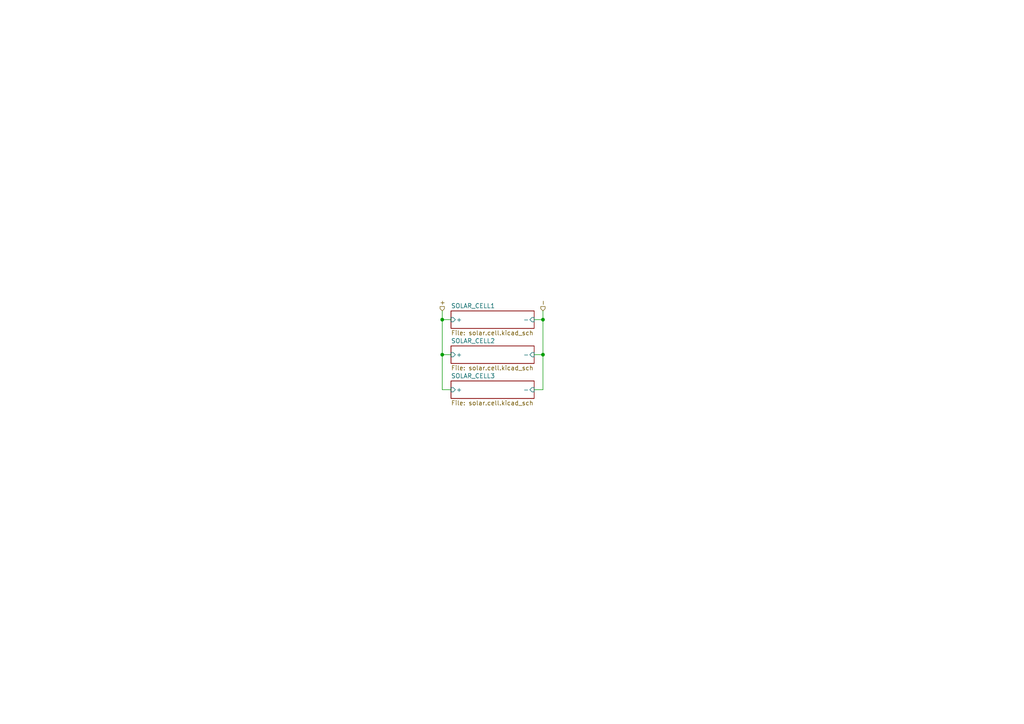
<source format=kicad_sch>
(kicad_sch
	(version 20231120)
	(generator "eeschema")
	(generator_version "8.0")
	(uuid "f2f88d54-bb39-4d64-bf69-17982d44236a")
	(paper "A4")
	(lib_symbols)
	(junction
		(at 128.27 92.71)
		(diameter 0)
		(color 0 0 0 0)
		(uuid "1c0efd55-7a0f-46bf-bbb3-fba79016f5b6")
	)
	(junction
		(at 157.48 92.71)
		(diameter 0)
		(color 0 0 0 0)
		(uuid "26011ff7-16cf-4709-bc85-06c1faddf21e")
	)
	(junction
		(at 157.48 102.87)
		(diameter 0)
		(color 0 0 0 0)
		(uuid "3966610f-776b-4bce-85a1-3a0d2c2a32cd")
	)
	(junction
		(at 128.27 102.87)
		(diameter 0)
		(color 0 0 0 0)
		(uuid "71ea5efa-3067-4ba0-a0c3-a882fff3d843")
	)
	(wire
		(pts
			(xy 128.27 92.71) (xy 128.27 90.17)
		)
		(stroke
			(width 0)
			(type default)
		)
		(uuid "2a0a3011-c652-44e5-ab65-7f52354216fc")
	)
	(wire
		(pts
			(xy 154.94 102.87) (xy 157.48 102.87)
		)
		(stroke
			(width 0)
			(type default)
		)
		(uuid "45609e96-e6f4-44e3-86e6-f1a12be145fc")
	)
	(wire
		(pts
			(xy 130.81 113.03) (xy 128.27 113.03)
		)
		(stroke
			(width 0)
			(type default)
		)
		(uuid "45d75ba0-a989-4ac4-bbf0-66d9551fb8c2")
	)
	(wire
		(pts
			(xy 130.81 92.71) (xy 128.27 92.71)
		)
		(stroke
			(width 0)
			(type default)
		)
		(uuid "6d70fe79-422b-4f40-b78b-41cf233a4593")
	)
	(wire
		(pts
			(xy 157.48 92.71) (xy 154.94 92.71)
		)
		(stroke
			(width 0)
			(type default)
		)
		(uuid "7b338ab7-8bb2-4c46-91aa-11c082f95720")
	)
	(wire
		(pts
			(xy 154.94 113.03) (xy 157.48 113.03)
		)
		(stroke
			(width 0)
			(type default)
		)
		(uuid "8641f90c-9df7-4992-88ca-82bf4d33e0f9")
	)
	(wire
		(pts
			(xy 157.48 102.87) (xy 157.48 92.71)
		)
		(stroke
			(width 0)
			(type default)
		)
		(uuid "8650cf72-9f00-4a45-a2fb-1a59c9142ee8")
	)
	(wire
		(pts
			(xy 128.27 113.03) (xy 128.27 102.87)
		)
		(stroke
			(width 0)
			(type default)
		)
		(uuid "95b0e5a6-3425-46d8-b5c3-6c8ae2476c16")
	)
	(wire
		(pts
			(xy 128.27 102.87) (xy 130.81 102.87)
		)
		(stroke
			(width 0)
			(type default)
		)
		(uuid "977f68e3-191f-4175-a909-c4118c756f69")
	)
	(wire
		(pts
			(xy 157.48 90.17) (xy 157.48 92.71)
		)
		(stroke
			(width 0)
			(type default)
		)
		(uuid "a04e94e4-54e6-4ba4-bb46-ea9af63eb494")
	)
	(wire
		(pts
			(xy 128.27 92.71) (xy 128.27 102.87)
		)
		(stroke
			(width 0)
			(type default)
		)
		(uuid "f129e69e-4faa-43c5-8e1f-93d4c7d00b22")
	)
	(wire
		(pts
			(xy 157.48 113.03) (xy 157.48 102.87)
		)
		(stroke
			(width 0)
			(type default)
		)
		(uuid "f27a6217-95e2-41c7-9160-9c4416b1beaa")
	)
	(hierarchical_label "-"
		(shape input)
		(at 157.48 90.17 90)
		(fields_autoplaced yes)
		(effects
			(font
				(size 1.27 1.27)
			)
			(justify left)
		)
		(uuid "a6c85e90-03ef-41f4-9d51-d817cb23a694")
	)
	(hierarchical_label "+"
		(shape input)
		(at 128.27 90.17 90)
		(fields_autoplaced yes)
		(effects
			(font
				(size 1.27 1.27)
			)
			(justify left)
		)
		(uuid "b8275eb3-0de4-4306-9310-78e0ad218f65")
	)
	(sheet
		(at 130.81 110.49)
		(size 24.13 5.08)
		(fields_autoplaced yes)
		(stroke
			(width 0.1524)
			(type solid)
		)
		(fill
			(color 0 0 0 0.0000)
		)
		(uuid "197f1972-d233-4c57-b008-a274f5c4ac00")
		(property "Sheetname" "SOLAR_CELL3"
			(at 130.81 109.7784 0)
			(effects
				(font
					(size 1.27 1.27)
				)
				(justify left bottom)
			)
		)
		(property "Sheetfile" "solar.cell.kicad_sch"
			(at 130.81 116.1546 0)
			(effects
				(font
					(size 1.27 1.27)
				)
				(justify left top)
			)
		)
		(pin "+" input
			(at 130.81 113.03 180)
			(effects
				(font
					(size 1.27 1.27)
				)
				(justify left)
			)
			(uuid "d50936dc-d688-4a36-8c9f-16abe92adcfe")
		)
		(pin "-" input
			(at 154.94 113.03 0)
			(effects
				(font
					(size 1.27 1.27)
				)
				(justify right)
			)
			(uuid "427fccc4-6ef7-4df5-978c-72bd5485cfdd")
		)
		(instances
			(project "bus"
				(path "/d0cf13c6-7468-4a0f-ad0e-01e083e4d938/a8889178-44bf-4398-84d8-8f3cb6365d69"
					(page "5")
				)
			)
			(project ""
				(path "/0e501eaa-72d2-43eb-b894-767d1d081082/a8889178-44bf-4398-84d8-8f3cb6365d69"
					(page "#")
				)
			)
			(project "communication"
				(path "/5d09a5b0-5470-41ee-acbf-63da99fdcb81/0e501eaa-72d2-43eb-b894-767d1d081082/a8889178-44bf-4398-84d8-8f3cb6365d69"
					(page "12")
				)
			)
		)
	)
	(sheet
		(at 130.81 90.17)
		(size 24.13 5.08)
		(fields_autoplaced yes)
		(stroke
			(width 0.1524)
			(type solid)
		)
		(fill
			(color 0 0 0 0.0000)
		)
		(uuid "608bf9ab-69cb-4d82-ba7d-e5b163b79d60")
		(property "Sheetname" "SOLAR_CELL1"
			(at 130.81 89.4584 0)
			(effects
				(font
					(size 1.27 1.27)
				)
				(justify left bottom)
			)
		)
		(property "Sheetfile" "solar.cell.kicad_sch"
			(at 130.81 95.8346 0)
			(effects
				(font
					(size 1.27 1.27)
				)
				(justify left top)
			)
		)
		(pin "+" input
			(at 130.81 92.71 180)
			(effects
				(font
					(size 1.27 1.27)
				)
				(justify left)
			)
			(uuid "d6927f20-3f17-4441-a45c-b142d5765a82")
		)
		(pin "-" input
			(at 154.94 92.71 0)
			(effects
				(font
					(size 1.27 1.27)
				)
				(justify right)
			)
			(uuid "5ac1671d-be9f-4bab-9522-e4ac33e38792")
		)
		(instances
			(project "bus"
				(path "/d0cf13c6-7468-4a0f-ad0e-01e083e4d938/a8889178-44bf-4398-84d8-8f3cb6365d69"
					(page "4")
				)
			)
			(project ""
				(path "/0e501eaa-72d2-43eb-b894-767d1d081082/a8889178-44bf-4398-84d8-8f3cb6365d69"
					(page "#")
				)
			)
			(project "communication"
				(path "/5d09a5b0-5470-41ee-acbf-63da99fdcb81/0e501eaa-72d2-43eb-b894-767d1d081082/a8889178-44bf-4398-84d8-8f3cb6365d69"
					(page "9")
				)
			)
		)
	)
	(sheet
		(at 130.81 100.33)
		(size 24.13 5.08)
		(fields_autoplaced yes)
		(stroke
			(width 0.1524)
			(type solid)
		)
		(fill
			(color 0 0 0 0.0000)
		)
		(uuid "8ddac14e-9ffa-4570-873e-3121bb12e4a5")
		(property "Sheetname" "SOLAR_CELL2"
			(at 130.81 99.6184 0)
			(effects
				(font
					(size 1.27 1.27)
				)
				(justify left bottom)
			)
		)
		(property "Sheetfile" "solar.cell.kicad_sch"
			(at 130.81 105.9946 0)
			(effects
				(font
					(size 1.27 1.27)
				)
				(justify left top)
			)
		)
		(pin "+" input
			(at 130.81 102.87 180)
			(effects
				(font
					(size 1.27 1.27)
				)
				(justify left)
			)
			(uuid "a0261a67-c415-4835-ad76-20fea9ca42a2")
		)
		(pin "-" input
			(at 154.94 102.87 0)
			(effects
				(font
					(size 1.27 1.27)
				)
				(justify right)
			)
			(uuid "9d234b05-1567-4627-b56e-a5f27fe49f01")
		)
		(instances
			(project "bus"
				(path "/d0cf13c6-7468-4a0f-ad0e-01e083e4d938/a8889178-44bf-4398-84d8-8f3cb6365d69"
					(page "3")
				)
			)
			(project ""
				(path "/0e501eaa-72d2-43eb-b894-767d1d081082/a8889178-44bf-4398-84d8-8f3cb6365d69"
					(page "#")
				)
			)
			(project "communication"
				(path "/5d09a5b0-5470-41ee-acbf-63da99fdcb81/0e501eaa-72d2-43eb-b894-767d1d081082/a8889178-44bf-4398-84d8-8f3cb6365d69"
					(page "11")
				)
			)
		)
	)
)

</source>
